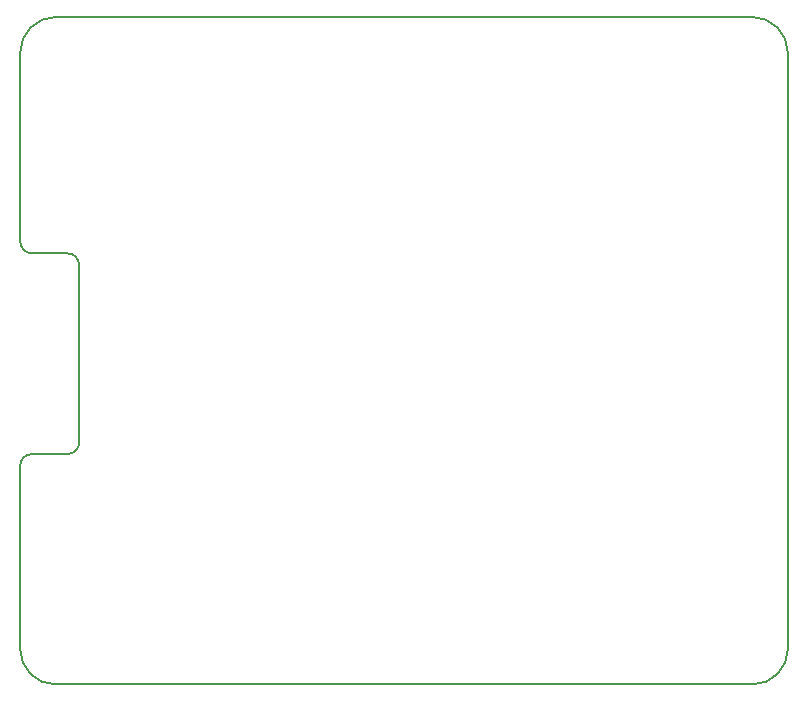
<source format=gm1>
G04 #@! TF.FileFunction,Profile,NP*
%FSLAX46Y46*%
G04 Gerber Fmt 4.6, Leading zero omitted, Abs format (unit mm)*
G04 Created by KiCad (PCBNEW (2015-09-17 BZR 6202)-product) date Sunday, October 11, 2015 'PMt' 02:52:04 PM*
%MOMM*%
G01*
G04 APERTURE LIST*
%ADD10C,0.200000*%
%ADD11C,0.150000*%
G04 APERTURE END LIST*
D10*
D11*
X34500000Y-77500000D02*
X46900000Y-77500000D01*
X34000000Y-77500000D02*
X34500000Y-77500000D01*
X46500000Y-77500000D02*
X91000000Y-77500000D01*
X32000000Y-77500000D02*
X34000000Y-77500000D01*
X29000000Y-40000000D02*
X29000000Y-24000000D01*
X29000000Y-40000000D02*
G75*
G03X30000000Y-41000000I1000000J0D01*
G01*
X33000000Y-41000000D02*
X30000000Y-41000000D01*
X34000000Y-42000000D02*
G75*
G03X33000000Y-41000000I-1000000J0D01*
G01*
X34000000Y-57000000D02*
X34000000Y-42000000D01*
X33000000Y-58000000D02*
G75*
G03X34000000Y-57000000I0J1000000D01*
G01*
X30000000Y-58000000D02*
X33000000Y-58000000D01*
X30000000Y-58000000D02*
G75*
G03X29000000Y-59000000I0J-1000000D01*
G01*
X29000000Y-74500000D02*
X29000000Y-59000000D01*
X29000000Y-74500000D02*
G75*
G03X32000000Y-77500000I3000000J0D01*
G01*
X91000000Y-77500000D02*
G75*
G03X94000000Y-74500000I0J3000000D01*
G01*
X94000000Y-24000000D02*
X94000000Y-74500000D01*
X94000000Y-24000000D02*
G75*
G03X91000000Y-21000000I-3000000J0D01*
G01*
X90000000Y-21000000D02*
X91000000Y-21000000D01*
X32000000Y-21000000D02*
G75*
G03X29000000Y-24000000I0J-3000000D01*
G01*
X32000000Y-21000000D02*
X90000000Y-21000000D01*
M02*

</source>
